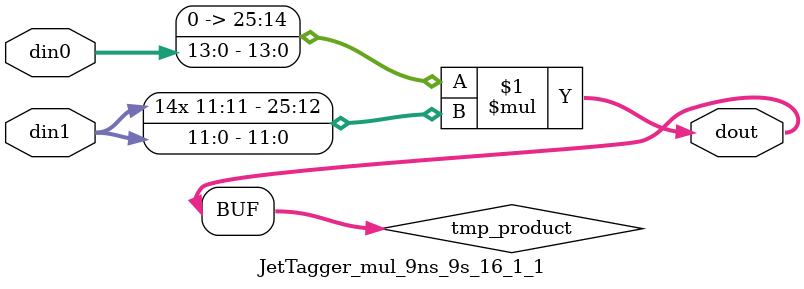
<source format=v>

`timescale 1 ns / 1 ps

  module JetTagger_mul_9ns_9s_16_1_1(din0, din1, dout);
parameter ID = 1;
parameter NUM_STAGE = 0;
parameter din0_WIDTH = 14;
parameter din1_WIDTH = 12;
parameter dout_WIDTH = 26;

input [din0_WIDTH - 1 : 0] din0; 
input [din1_WIDTH - 1 : 0] din1; 
output [dout_WIDTH - 1 : 0] dout;

wire signed [dout_WIDTH - 1 : 0] tmp_product;











assign tmp_product = $signed({1'b0, din0}) * $signed(din1);










assign dout = tmp_product;







endmodule

</source>
